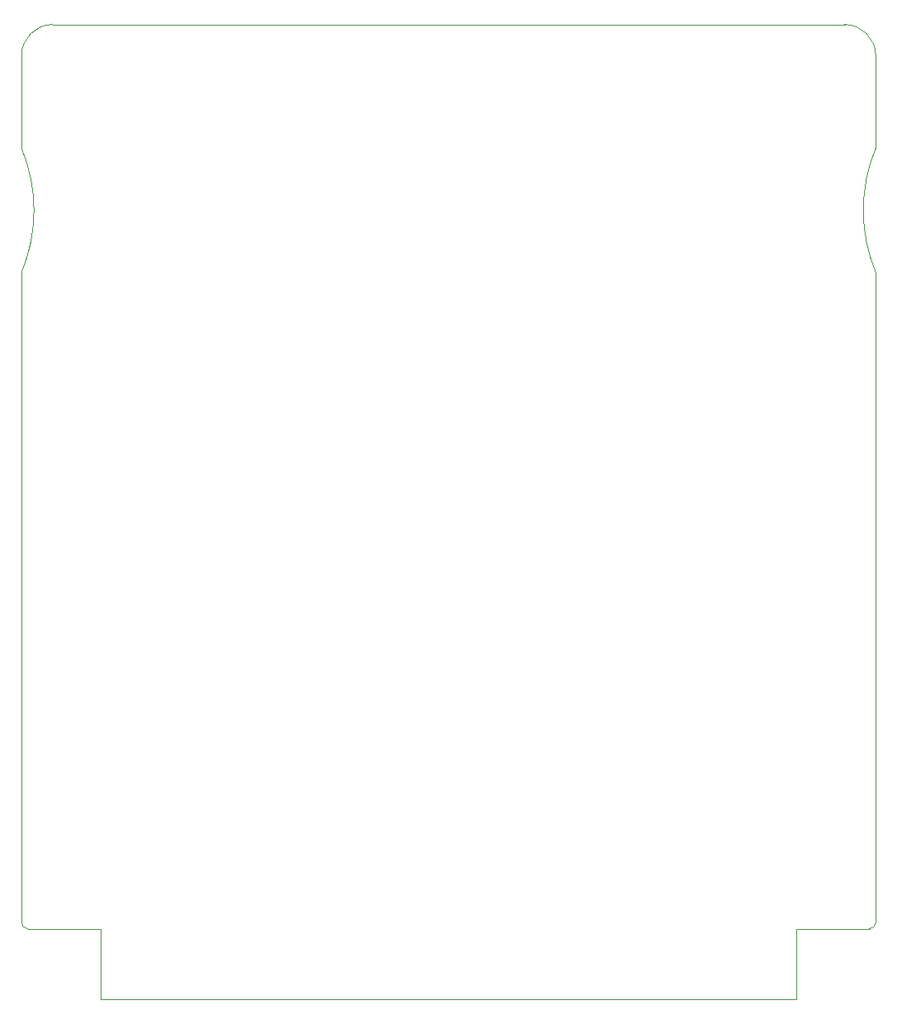
<source format=gm1>
%TF.GenerationSoftware,KiCad,Pcbnew,(5.1.8)-1*%
%TF.CreationDate,2021-04-11T16:33:54+02:00*%
%TF.ProjectId,ZX Interface 2021,5a582049-6e74-4657-9266-616365203230,rev?*%
%TF.SameCoordinates,Original*%
%TF.FileFunction,Profile,NP*%
%FSLAX46Y46*%
G04 Gerber Fmt 4.6, Leading zero omitted, Abs format (unit mm)*
G04 Created by KiCad (PCBNEW (5.1.8)-1) date 2021-04-11 16:33:54*
%MOMM*%
%LPD*%
G01*
G04 APERTURE LIST*
%TA.AperFunction,Profile*%
%ADD10C,0.050000*%
%TD*%
G04 APERTURE END LIST*
D10*
X189865000Y-138430000D02*
G75*
G02*
X189230000Y-139065000I-635000J0D01*
G01*
X102870000Y-139065000D02*
G75*
G02*
X102235000Y-138430000I0J635000D01*
G01*
X186690000Y-46355000D02*
G75*
G02*
X189865000Y-49530000I0J-3175000D01*
G01*
X102235000Y-49530000D02*
G75*
G02*
X105410000Y-46355000I3175000J0D01*
G01*
X189865000Y-59055001D02*
X189865000Y-49530000D01*
X102234999Y-59054999D02*
X102235000Y-49530000D01*
X102235000Y-59054999D02*
G75*
G02*
X102235000Y-71754999I-15240000J-6350001D01*
G01*
X189865000Y-71755001D02*
G75*
G02*
X189865000Y-59055001I15240000J6350001D01*
G01*
X102235000Y-71754999D02*
X102235000Y-138430000D01*
X186690000Y-46355000D02*
X105410000Y-46355000D01*
X110363000Y-139065000D02*
X102870000Y-139065000D01*
X181737000Y-139065000D02*
X189230000Y-139065000D01*
X110363000Y-146304000D02*
X110363000Y-139065000D01*
X181737000Y-139065000D02*
X181737000Y-146304000D01*
X189865000Y-138430000D02*
X189865000Y-71755000D01*
X181737000Y-146304000D02*
X110363000Y-146304000D01*
M02*

</source>
